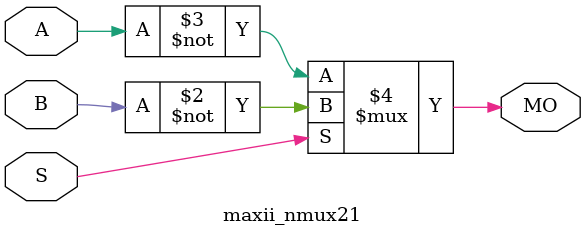
<source format=v>
module maxii_nmux21 (MO, A, B, S);
   input A, B, S; 
   output MO; 
   assign MO = (S == 1) ? ~B : ~A; 
endmodule
</source>
